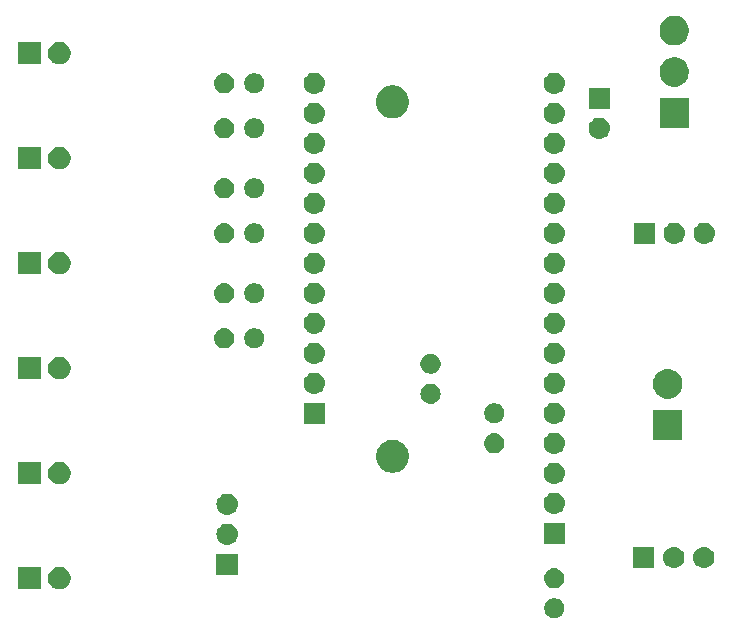
<source format=gbr>
G04 #@! TF.GenerationSoftware,KiCad,Pcbnew,5.1.2-f72e74a~84~ubuntu18.04.1*
G04 #@! TF.CreationDate,2020-03-17T13:19:11-04:00*
G04 #@! TF.ProjectId,knuth-gateway,6b6e7574-682d-4676-9174-657761792e6b,rev?*
G04 #@! TF.SameCoordinates,Original*
G04 #@! TF.FileFunction,Soldermask,Top*
G04 #@! TF.FilePolarity,Negative*
%FSLAX46Y46*%
G04 Gerber Fmt 4.6, Leading zero omitted, Abs format (unit mm)*
G04 Created by KiCad (PCBNEW 5.1.2-f72e74a~84~ubuntu18.04.1) date 2020-03-17 13:19:11*
%MOMM*%
%LPD*%
G04 APERTURE LIST*
%ADD10C,0.100000*%
G04 APERTURE END LIST*
D10*
G36*
X49778228Y-56331703D02*
G01*
X49933100Y-56395853D01*
X50072481Y-56488985D01*
X50191015Y-56607519D01*
X50284147Y-56746900D01*
X50348297Y-56901772D01*
X50381000Y-57066184D01*
X50381000Y-57233816D01*
X50348297Y-57398228D01*
X50284147Y-57553100D01*
X50191015Y-57692481D01*
X50072481Y-57811015D01*
X49933100Y-57904147D01*
X49778228Y-57968297D01*
X49613816Y-58001000D01*
X49446184Y-58001000D01*
X49281772Y-57968297D01*
X49126900Y-57904147D01*
X48987519Y-57811015D01*
X48868985Y-57692481D01*
X48775853Y-57553100D01*
X48711703Y-57398228D01*
X48679000Y-57233816D01*
X48679000Y-57066184D01*
X48711703Y-56901772D01*
X48775853Y-56746900D01*
X48868985Y-56607519D01*
X48987519Y-56488985D01*
X49126900Y-56395853D01*
X49281772Y-56331703D01*
X49446184Y-56299000D01*
X49613816Y-56299000D01*
X49778228Y-56331703D01*
X49778228Y-56331703D01*
G37*
G36*
X7897395Y-53695546D02*
G01*
X8070466Y-53767234D01*
X8076572Y-53771314D01*
X8226227Y-53871310D01*
X8358690Y-54003773D01*
X8411081Y-54082182D01*
X8462766Y-54159534D01*
X8534454Y-54332605D01*
X8571000Y-54516333D01*
X8571000Y-54703667D01*
X8534454Y-54887395D01*
X8462766Y-55060466D01*
X8462765Y-55060467D01*
X8358690Y-55216227D01*
X8226227Y-55348690D01*
X8149400Y-55400024D01*
X8070466Y-55452766D01*
X7897395Y-55524454D01*
X7713667Y-55561000D01*
X7526333Y-55561000D01*
X7342605Y-55524454D01*
X7169534Y-55452766D01*
X7090600Y-55400024D01*
X7013773Y-55348690D01*
X6881310Y-55216227D01*
X6777235Y-55060467D01*
X6777234Y-55060466D01*
X6705546Y-54887395D01*
X6669000Y-54703667D01*
X6669000Y-54516333D01*
X6705546Y-54332605D01*
X6777234Y-54159534D01*
X6828919Y-54082182D01*
X6881310Y-54003773D01*
X7013773Y-53871310D01*
X7163428Y-53771314D01*
X7169534Y-53767234D01*
X7342605Y-53695546D01*
X7526333Y-53659000D01*
X7713667Y-53659000D01*
X7897395Y-53695546D01*
X7897395Y-53695546D01*
G37*
G36*
X6031000Y-55561000D02*
G01*
X4129000Y-55561000D01*
X4129000Y-53659000D01*
X6031000Y-53659000D01*
X6031000Y-55561000D01*
X6031000Y-55561000D01*
G37*
G36*
X49696823Y-53771313D02*
G01*
X49857242Y-53819976D01*
X49953279Y-53871309D01*
X50005078Y-53898996D01*
X50134659Y-54005341D01*
X50241004Y-54134922D01*
X50241005Y-54134924D01*
X50320024Y-54282758D01*
X50368687Y-54443177D01*
X50385117Y-54610000D01*
X50368687Y-54776823D01*
X50320024Y-54937242D01*
X50254159Y-55060466D01*
X50241004Y-55085078D01*
X50134659Y-55214659D01*
X50005078Y-55321004D01*
X50005076Y-55321005D01*
X49857242Y-55400024D01*
X49696823Y-55448687D01*
X49571804Y-55461000D01*
X49488196Y-55461000D01*
X49363177Y-55448687D01*
X49202758Y-55400024D01*
X49054924Y-55321005D01*
X49054922Y-55321004D01*
X48925341Y-55214659D01*
X48818996Y-55085078D01*
X48805841Y-55060466D01*
X48739976Y-54937242D01*
X48691313Y-54776823D01*
X48674883Y-54610000D01*
X48691313Y-54443177D01*
X48739976Y-54282758D01*
X48818995Y-54134924D01*
X48818996Y-54134922D01*
X48925341Y-54005341D01*
X49054922Y-53898996D01*
X49106721Y-53871309D01*
X49202758Y-53819976D01*
X49363177Y-53771313D01*
X49488196Y-53759000D01*
X49571804Y-53759000D01*
X49696823Y-53771313D01*
X49696823Y-53771313D01*
G37*
G36*
X22732300Y-54317200D02*
G01*
X20930300Y-54317200D01*
X20930300Y-52515200D01*
X22732300Y-52515200D01*
X22732300Y-54317200D01*
X22732300Y-54317200D01*
G37*
G36*
X58000200Y-53745700D02*
G01*
X56198200Y-53745700D01*
X56198200Y-51943700D01*
X58000200Y-51943700D01*
X58000200Y-53745700D01*
X58000200Y-53745700D01*
G37*
G36*
X59749642Y-51950218D02*
G01*
X59815827Y-51956737D01*
X59985666Y-52008257D01*
X60142191Y-52091922D01*
X60177929Y-52121252D01*
X60279386Y-52204514D01*
X60362648Y-52305971D01*
X60391978Y-52341709D01*
X60475643Y-52498234D01*
X60527163Y-52668073D01*
X60544559Y-52844700D01*
X60527163Y-53021327D01*
X60475643Y-53191166D01*
X60391978Y-53347691D01*
X60362648Y-53383429D01*
X60279386Y-53484886D01*
X60177929Y-53568148D01*
X60142191Y-53597478D01*
X59985666Y-53681143D01*
X59815827Y-53732663D01*
X59749643Y-53739181D01*
X59683460Y-53745700D01*
X59594940Y-53745700D01*
X59528757Y-53739181D01*
X59462573Y-53732663D01*
X59292734Y-53681143D01*
X59136209Y-53597478D01*
X59100471Y-53568148D01*
X58999014Y-53484886D01*
X58915752Y-53383429D01*
X58886422Y-53347691D01*
X58802757Y-53191166D01*
X58751237Y-53021327D01*
X58733841Y-52844700D01*
X58751237Y-52668073D01*
X58802757Y-52498234D01*
X58886422Y-52341709D01*
X58915752Y-52305971D01*
X58999014Y-52204514D01*
X59100471Y-52121252D01*
X59136209Y-52091922D01*
X59292734Y-52008257D01*
X59462573Y-51956737D01*
X59528757Y-51950219D01*
X59594940Y-51943700D01*
X59683460Y-51943700D01*
X59749642Y-51950218D01*
X59749642Y-51950218D01*
G37*
G36*
X62289642Y-51950218D02*
G01*
X62355827Y-51956737D01*
X62525666Y-52008257D01*
X62682191Y-52091922D01*
X62717929Y-52121252D01*
X62819386Y-52204514D01*
X62902648Y-52305971D01*
X62931978Y-52341709D01*
X63015643Y-52498234D01*
X63067163Y-52668073D01*
X63084559Y-52844700D01*
X63067163Y-53021327D01*
X63015643Y-53191166D01*
X62931978Y-53347691D01*
X62902648Y-53383429D01*
X62819386Y-53484886D01*
X62717929Y-53568148D01*
X62682191Y-53597478D01*
X62525666Y-53681143D01*
X62355827Y-53732663D01*
X62289643Y-53739181D01*
X62223460Y-53745700D01*
X62134940Y-53745700D01*
X62068757Y-53739181D01*
X62002573Y-53732663D01*
X61832734Y-53681143D01*
X61676209Y-53597478D01*
X61640471Y-53568148D01*
X61539014Y-53484886D01*
X61455752Y-53383429D01*
X61426422Y-53347691D01*
X61342757Y-53191166D01*
X61291237Y-53021327D01*
X61273841Y-52844700D01*
X61291237Y-52668073D01*
X61342757Y-52498234D01*
X61426422Y-52341709D01*
X61455752Y-52305971D01*
X61539014Y-52204514D01*
X61640471Y-52121252D01*
X61676209Y-52091922D01*
X61832734Y-52008257D01*
X62002573Y-51956737D01*
X62068757Y-51950219D01*
X62134940Y-51943700D01*
X62223460Y-51943700D01*
X62289642Y-51950218D01*
X62289642Y-51950218D01*
G37*
G36*
X21941743Y-49981719D02*
G01*
X22007927Y-49988237D01*
X22177766Y-50039757D01*
X22334291Y-50123422D01*
X22370029Y-50152752D01*
X22471486Y-50236014D01*
X22554748Y-50337471D01*
X22584078Y-50373209D01*
X22667743Y-50529734D01*
X22719263Y-50699573D01*
X22736659Y-50876200D01*
X22719263Y-51052827D01*
X22667743Y-51222666D01*
X22584078Y-51379191D01*
X22554748Y-51414929D01*
X22471486Y-51516386D01*
X22370029Y-51599648D01*
X22334291Y-51628978D01*
X22177766Y-51712643D01*
X22007927Y-51764163D01*
X21941742Y-51770682D01*
X21875560Y-51777200D01*
X21787040Y-51777200D01*
X21720858Y-51770682D01*
X21654673Y-51764163D01*
X21484834Y-51712643D01*
X21328309Y-51628978D01*
X21292571Y-51599648D01*
X21191114Y-51516386D01*
X21107852Y-51414929D01*
X21078522Y-51379191D01*
X20994857Y-51222666D01*
X20943337Y-51052827D01*
X20925941Y-50876200D01*
X20943337Y-50699573D01*
X20994857Y-50529734D01*
X21078522Y-50373209D01*
X21107852Y-50337471D01*
X21191114Y-50236014D01*
X21292571Y-50152752D01*
X21328309Y-50123422D01*
X21484834Y-50039757D01*
X21654673Y-49988237D01*
X21720857Y-49981719D01*
X21787040Y-49975200D01*
X21875560Y-49975200D01*
X21941743Y-49981719D01*
X21941743Y-49981719D01*
G37*
G36*
X50431000Y-51701000D02*
G01*
X48629000Y-51701000D01*
X48629000Y-49899000D01*
X50431000Y-49899000D01*
X50431000Y-51701000D01*
X50431000Y-51701000D01*
G37*
G36*
X21941742Y-47441718D02*
G01*
X22007927Y-47448237D01*
X22177766Y-47499757D01*
X22334291Y-47583422D01*
X22370029Y-47612752D01*
X22471486Y-47696014D01*
X22554748Y-47797471D01*
X22584078Y-47833209D01*
X22667743Y-47989734D01*
X22719263Y-48159573D01*
X22736659Y-48336200D01*
X22719263Y-48512827D01*
X22667743Y-48682666D01*
X22584078Y-48839191D01*
X22554748Y-48874929D01*
X22471486Y-48976386D01*
X22370029Y-49059648D01*
X22334291Y-49088978D01*
X22177766Y-49172643D01*
X22007927Y-49224163D01*
X21941743Y-49230681D01*
X21875560Y-49237200D01*
X21787040Y-49237200D01*
X21720857Y-49230681D01*
X21654673Y-49224163D01*
X21484834Y-49172643D01*
X21328309Y-49088978D01*
X21292571Y-49059648D01*
X21191114Y-48976386D01*
X21107852Y-48874929D01*
X21078522Y-48839191D01*
X20994857Y-48682666D01*
X20943337Y-48512827D01*
X20925941Y-48336200D01*
X20943337Y-48159573D01*
X20994857Y-47989734D01*
X21078522Y-47833209D01*
X21107852Y-47797471D01*
X21191114Y-47696014D01*
X21292571Y-47612752D01*
X21328309Y-47583422D01*
X21484834Y-47499757D01*
X21654673Y-47448237D01*
X21720858Y-47441718D01*
X21787040Y-47435200D01*
X21875560Y-47435200D01*
X21941742Y-47441718D01*
X21941742Y-47441718D01*
G37*
G36*
X49640443Y-47365519D02*
G01*
X49706627Y-47372037D01*
X49876466Y-47423557D01*
X50032991Y-47507222D01*
X50068729Y-47536552D01*
X50170186Y-47619814D01*
X50253448Y-47721271D01*
X50282778Y-47757009D01*
X50366443Y-47913534D01*
X50417963Y-48083373D01*
X50435359Y-48260000D01*
X50417963Y-48436627D01*
X50366443Y-48606466D01*
X50282778Y-48762991D01*
X50253448Y-48798729D01*
X50170186Y-48900186D01*
X50068729Y-48983448D01*
X50032991Y-49012778D01*
X49876466Y-49096443D01*
X49706627Y-49147963D01*
X49640443Y-49154481D01*
X49574260Y-49161000D01*
X49485740Y-49161000D01*
X49419557Y-49154481D01*
X49353373Y-49147963D01*
X49183534Y-49096443D01*
X49027009Y-49012778D01*
X48991271Y-48983448D01*
X48889814Y-48900186D01*
X48806552Y-48798729D01*
X48777222Y-48762991D01*
X48693557Y-48606466D01*
X48642037Y-48436627D01*
X48624641Y-48260000D01*
X48642037Y-48083373D01*
X48693557Y-47913534D01*
X48777222Y-47757009D01*
X48806552Y-47721271D01*
X48889814Y-47619814D01*
X48991271Y-47536552D01*
X49027009Y-47507222D01*
X49183534Y-47423557D01*
X49353373Y-47372037D01*
X49419557Y-47365519D01*
X49485740Y-47359000D01*
X49574260Y-47359000D01*
X49640443Y-47365519D01*
X49640443Y-47365519D01*
G37*
G36*
X7897395Y-44805546D02*
G01*
X8070466Y-44877234D01*
X8147818Y-44928919D01*
X8226227Y-44981310D01*
X8358690Y-45113773D01*
X8358691Y-45113775D01*
X8462766Y-45269534D01*
X8534454Y-45442605D01*
X8571000Y-45626333D01*
X8571000Y-45813667D01*
X8534454Y-45997395D01*
X8462766Y-46170466D01*
X8462765Y-46170467D01*
X8358690Y-46326227D01*
X8226227Y-46458690D01*
X8205141Y-46472779D01*
X8070466Y-46562766D01*
X7897395Y-46634454D01*
X7713667Y-46671000D01*
X7526333Y-46671000D01*
X7342605Y-46634454D01*
X7169534Y-46562766D01*
X7034859Y-46472779D01*
X7013773Y-46458690D01*
X6881310Y-46326227D01*
X6777235Y-46170467D01*
X6777234Y-46170466D01*
X6705546Y-45997395D01*
X6669000Y-45813667D01*
X6669000Y-45626333D01*
X6705546Y-45442605D01*
X6777234Y-45269534D01*
X6881309Y-45113775D01*
X6881310Y-45113773D01*
X7013773Y-44981310D01*
X7092182Y-44928919D01*
X7169534Y-44877234D01*
X7342605Y-44805546D01*
X7526333Y-44769000D01*
X7713667Y-44769000D01*
X7897395Y-44805546D01*
X7897395Y-44805546D01*
G37*
G36*
X6031000Y-46671000D02*
G01*
X4129000Y-46671000D01*
X4129000Y-44769000D01*
X6031000Y-44769000D01*
X6031000Y-46671000D01*
X6031000Y-46671000D01*
G37*
G36*
X49640442Y-44825518D02*
G01*
X49706627Y-44832037D01*
X49876466Y-44883557D01*
X50032991Y-44967222D01*
X50050156Y-44981309D01*
X50170186Y-45079814D01*
X50246730Y-45173085D01*
X50282778Y-45217009D01*
X50366443Y-45373534D01*
X50417963Y-45543373D01*
X50435359Y-45720000D01*
X50417963Y-45896627D01*
X50366443Y-46066466D01*
X50282778Y-46222991D01*
X50253448Y-46258729D01*
X50170186Y-46360186D01*
X50068729Y-46443448D01*
X50032991Y-46472778D01*
X49876466Y-46556443D01*
X49706627Y-46607963D01*
X49640442Y-46614482D01*
X49574260Y-46621000D01*
X49485740Y-46621000D01*
X49419558Y-46614482D01*
X49353373Y-46607963D01*
X49183534Y-46556443D01*
X49027009Y-46472778D01*
X48991271Y-46443448D01*
X48889814Y-46360186D01*
X48806552Y-46258729D01*
X48777222Y-46222991D01*
X48693557Y-46066466D01*
X48642037Y-45896627D01*
X48624641Y-45720000D01*
X48642037Y-45543373D01*
X48693557Y-45373534D01*
X48777222Y-45217009D01*
X48813270Y-45173085D01*
X48889814Y-45079814D01*
X49009844Y-44981309D01*
X49027009Y-44967222D01*
X49183534Y-44883557D01*
X49353373Y-44832037D01*
X49419558Y-44825518D01*
X49485740Y-44819000D01*
X49574260Y-44819000D01*
X49640442Y-44825518D01*
X49640442Y-44825518D01*
G37*
G36*
X36148433Y-42914893D02*
G01*
X36238657Y-42932839D01*
X36344267Y-42976585D01*
X36493621Y-43038449D01*
X36493622Y-43038450D01*
X36723086Y-43191772D01*
X36918228Y-43386914D01*
X36998626Y-43507239D01*
X37071551Y-43616379D01*
X37133415Y-43765733D01*
X37177161Y-43871343D01*
X37231000Y-44142014D01*
X37231000Y-44417986D01*
X37177161Y-44688657D01*
X37133415Y-44794267D01*
X37071551Y-44943621D01*
X37071550Y-44943622D01*
X36918228Y-45173086D01*
X36723086Y-45368228D01*
X36611772Y-45442605D01*
X36493621Y-45521551D01*
X36344267Y-45583415D01*
X36238657Y-45627161D01*
X36148433Y-45645107D01*
X35967988Y-45681000D01*
X35692012Y-45681000D01*
X35511567Y-45645107D01*
X35421343Y-45627161D01*
X35315733Y-45583415D01*
X35166379Y-45521551D01*
X35048228Y-45442605D01*
X34936914Y-45368228D01*
X34741772Y-45173086D01*
X34588450Y-44943622D01*
X34588449Y-44943621D01*
X34526585Y-44794267D01*
X34482839Y-44688657D01*
X34429000Y-44417986D01*
X34429000Y-44142014D01*
X34482839Y-43871343D01*
X34526585Y-43765733D01*
X34588449Y-43616379D01*
X34661374Y-43507239D01*
X34741772Y-43386914D01*
X34936914Y-43191772D01*
X35166378Y-43038450D01*
X35166379Y-43038449D01*
X35315733Y-42976585D01*
X35421343Y-42932839D01*
X35511567Y-42914893D01*
X35692012Y-42879000D01*
X35967988Y-42879000D01*
X36148433Y-42914893D01*
X36148433Y-42914893D01*
G37*
G36*
X49640442Y-42285518D02*
G01*
X49706627Y-42292037D01*
X49876466Y-42343557D01*
X50032991Y-42427222D01*
X50068729Y-42456552D01*
X50170186Y-42539814D01*
X50253448Y-42641271D01*
X50282778Y-42677009D01*
X50366443Y-42833534D01*
X50417963Y-43003373D01*
X50435359Y-43180000D01*
X50417963Y-43356627D01*
X50366443Y-43526466D01*
X50282778Y-43682991D01*
X50253448Y-43718729D01*
X50170186Y-43820186D01*
X50068729Y-43903448D01*
X50032991Y-43932778D01*
X49876466Y-44016443D01*
X49706627Y-44067963D01*
X49640443Y-44074481D01*
X49574260Y-44081000D01*
X49485740Y-44081000D01*
X49419557Y-44074481D01*
X49353373Y-44067963D01*
X49183534Y-44016443D01*
X49027009Y-43932778D01*
X48991271Y-43903448D01*
X48889814Y-43820186D01*
X48806552Y-43718729D01*
X48777222Y-43682991D01*
X48693557Y-43526466D01*
X48642037Y-43356627D01*
X48624641Y-43180000D01*
X48642037Y-43003373D01*
X48693557Y-42833534D01*
X48777222Y-42677009D01*
X48806552Y-42641271D01*
X48889814Y-42539814D01*
X48991271Y-42456552D01*
X49027009Y-42427222D01*
X49183534Y-42343557D01*
X49353373Y-42292037D01*
X49419558Y-42285518D01*
X49485740Y-42279000D01*
X49574260Y-42279000D01*
X49640442Y-42285518D01*
X49640442Y-42285518D01*
G37*
G36*
X44616823Y-42341313D02*
G01*
X44777242Y-42389976D01*
X44846922Y-42427221D01*
X44925078Y-42468996D01*
X45054659Y-42575341D01*
X45161004Y-42704922D01*
X45161005Y-42704924D01*
X45240024Y-42852758D01*
X45240025Y-42852761D01*
X45249083Y-42882620D01*
X45288687Y-43013177D01*
X45305117Y-43180000D01*
X45288687Y-43346823D01*
X45240024Y-43507242D01*
X45181689Y-43616379D01*
X45161004Y-43655078D01*
X45054659Y-43784659D01*
X44925078Y-43891004D01*
X44925076Y-43891005D01*
X44777242Y-43970024D01*
X44616823Y-44018687D01*
X44491804Y-44031000D01*
X44408196Y-44031000D01*
X44283177Y-44018687D01*
X44122758Y-43970024D01*
X43974924Y-43891005D01*
X43974922Y-43891004D01*
X43845341Y-43784659D01*
X43738996Y-43655078D01*
X43718311Y-43616379D01*
X43659976Y-43507242D01*
X43611313Y-43346823D01*
X43594883Y-43180000D01*
X43611313Y-43013177D01*
X43650917Y-42882620D01*
X43659975Y-42852761D01*
X43659976Y-42852758D01*
X43738995Y-42704924D01*
X43738996Y-42704922D01*
X43845341Y-42575341D01*
X43974922Y-42468996D01*
X44053078Y-42427221D01*
X44122758Y-42389976D01*
X44283177Y-42341313D01*
X44408196Y-42329000D01*
X44491804Y-42329000D01*
X44616823Y-42341313D01*
X44616823Y-42341313D01*
G37*
G36*
X60382200Y-42894300D02*
G01*
X57880200Y-42894300D01*
X57880200Y-40392300D01*
X60382200Y-40392300D01*
X60382200Y-42894300D01*
X60382200Y-42894300D01*
G37*
G36*
X30111000Y-41541000D02*
G01*
X28309000Y-41541000D01*
X28309000Y-39739000D01*
X30111000Y-39739000D01*
X30111000Y-41541000D01*
X30111000Y-41541000D01*
G37*
G36*
X49640442Y-39745518D02*
G01*
X49706627Y-39752037D01*
X49876466Y-39803557D01*
X50032991Y-39887222D01*
X50068729Y-39916552D01*
X50170186Y-39999814D01*
X50250369Y-40097519D01*
X50282778Y-40137009D01*
X50366443Y-40293534D01*
X50417963Y-40463373D01*
X50435359Y-40640000D01*
X50417963Y-40816627D01*
X50366443Y-40986466D01*
X50282778Y-41142991D01*
X50253448Y-41178729D01*
X50170186Y-41280186D01*
X50068729Y-41363448D01*
X50032991Y-41392778D01*
X49876466Y-41476443D01*
X49706627Y-41527963D01*
X49640442Y-41534482D01*
X49574260Y-41541000D01*
X49485740Y-41541000D01*
X49419558Y-41534482D01*
X49353373Y-41527963D01*
X49183534Y-41476443D01*
X49027009Y-41392778D01*
X48991271Y-41363448D01*
X48889814Y-41280186D01*
X48806552Y-41178729D01*
X48777222Y-41142991D01*
X48693557Y-40986466D01*
X48642037Y-40816627D01*
X48624641Y-40640000D01*
X48642037Y-40463373D01*
X48693557Y-40293534D01*
X48777222Y-40137009D01*
X48809631Y-40097519D01*
X48889814Y-39999814D01*
X48991271Y-39916552D01*
X49027009Y-39887222D01*
X49183534Y-39803557D01*
X49353373Y-39752037D01*
X49419558Y-39745518D01*
X49485740Y-39739000D01*
X49574260Y-39739000D01*
X49640442Y-39745518D01*
X49640442Y-39745518D01*
G37*
G36*
X44698228Y-39821703D02*
G01*
X44853100Y-39885853D01*
X44992481Y-39978985D01*
X45111015Y-40097519D01*
X45204147Y-40236900D01*
X45268297Y-40391772D01*
X45301000Y-40556184D01*
X45301000Y-40723816D01*
X45268297Y-40888228D01*
X45204147Y-41043100D01*
X45111015Y-41182481D01*
X44992481Y-41301015D01*
X44853100Y-41394147D01*
X44698228Y-41458297D01*
X44533816Y-41491000D01*
X44366184Y-41491000D01*
X44201772Y-41458297D01*
X44046900Y-41394147D01*
X43907519Y-41301015D01*
X43788985Y-41182481D01*
X43695853Y-41043100D01*
X43631703Y-40888228D01*
X43599000Y-40723816D01*
X43599000Y-40556184D01*
X43631703Y-40391772D01*
X43695853Y-40236900D01*
X43788985Y-40097519D01*
X43907519Y-39978985D01*
X44046900Y-39885853D01*
X44201772Y-39821703D01*
X44366184Y-39789000D01*
X44533816Y-39789000D01*
X44698228Y-39821703D01*
X44698228Y-39821703D01*
G37*
G36*
X39219323Y-38150313D02*
G01*
X39379742Y-38198976D01*
X39506095Y-38266513D01*
X39527578Y-38277996D01*
X39657159Y-38384341D01*
X39763504Y-38513922D01*
X39763505Y-38513924D01*
X39842524Y-38661758D01*
X39891187Y-38822177D01*
X39907617Y-38989000D01*
X39891187Y-39155823D01*
X39842524Y-39316242D01*
X39800801Y-39394300D01*
X39763504Y-39464078D01*
X39657159Y-39593659D01*
X39527578Y-39700004D01*
X39527576Y-39700005D01*
X39379742Y-39779024D01*
X39219323Y-39827687D01*
X39094304Y-39840000D01*
X39010696Y-39840000D01*
X38885677Y-39827687D01*
X38725258Y-39779024D01*
X38577424Y-39700005D01*
X38577422Y-39700004D01*
X38447841Y-39593659D01*
X38341496Y-39464078D01*
X38304199Y-39394300D01*
X38262476Y-39316242D01*
X38213813Y-39155823D01*
X38197383Y-38989000D01*
X38213813Y-38822177D01*
X38262476Y-38661758D01*
X38341495Y-38513924D01*
X38341496Y-38513922D01*
X38447841Y-38384341D01*
X38577422Y-38277996D01*
X38598905Y-38266513D01*
X38725258Y-38198976D01*
X38885677Y-38150313D01*
X39010696Y-38138000D01*
X39094304Y-38138000D01*
X39219323Y-38150313D01*
X39219323Y-38150313D01*
G37*
G36*
X59412096Y-36923665D02*
G01*
X59496103Y-36940375D01*
X59723771Y-37034678D01*
X59928666Y-37171585D01*
X60102915Y-37345834D01*
X60163314Y-37436227D01*
X60239823Y-37550731D01*
X60334125Y-37778397D01*
X60362963Y-37923373D01*
X60382200Y-38020087D01*
X60382200Y-38266513D01*
X60334125Y-38508203D01*
X60239822Y-38735871D01*
X60102915Y-38940766D01*
X59928666Y-39115015D01*
X59723771Y-39251922D01*
X59723770Y-39251923D01*
X59723769Y-39251923D01*
X59496103Y-39346225D01*
X59254414Y-39394300D01*
X59007986Y-39394300D01*
X58766297Y-39346225D01*
X58538631Y-39251923D01*
X58538630Y-39251923D01*
X58538629Y-39251922D01*
X58333734Y-39115015D01*
X58159485Y-38940766D01*
X58022578Y-38735871D01*
X57928275Y-38508203D01*
X57880200Y-38266513D01*
X57880200Y-38020087D01*
X57899438Y-37923373D01*
X57928275Y-37778397D01*
X58022577Y-37550731D01*
X58099086Y-37436227D01*
X58159485Y-37345834D01*
X58333734Y-37171585D01*
X58538629Y-37034678D01*
X58766297Y-36940375D01*
X58850304Y-36923665D01*
X59007986Y-36892300D01*
X59254414Y-36892300D01*
X59412096Y-36923665D01*
X59412096Y-36923665D01*
G37*
G36*
X49640442Y-37205518D02*
G01*
X49706627Y-37212037D01*
X49876466Y-37263557D01*
X50032991Y-37347222D01*
X50068729Y-37376552D01*
X50170186Y-37459814D01*
X50253448Y-37561271D01*
X50282778Y-37597009D01*
X50366443Y-37753534D01*
X50417963Y-37923373D01*
X50435359Y-38100000D01*
X50417963Y-38276627D01*
X50366443Y-38446466D01*
X50282778Y-38602991D01*
X50253448Y-38638729D01*
X50170186Y-38740186D01*
X50070281Y-38822175D01*
X50032991Y-38852778D01*
X49876466Y-38936443D01*
X49706627Y-38987963D01*
X49640443Y-38994481D01*
X49574260Y-39001000D01*
X49485740Y-39001000D01*
X49419557Y-38994481D01*
X49353373Y-38987963D01*
X49183534Y-38936443D01*
X49027009Y-38852778D01*
X48989719Y-38822175D01*
X48889814Y-38740186D01*
X48806552Y-38638729D01*
X48777222Y-38602991D01*
X48693557Y-38446466D01*
X48642037Y-38276627D01*
X48624641Y-38100000D01*
X48642037Y-37923373D01*
X48693557Y-37753534D01*
X48777222Y-37597009D01*
X48806552Y-37561271D01*
X48889814Y-37459814D01*
X48991271Y-37376552D01*
X49027009Y-37347222D01*
X49183534Y-37263557D01*
X49353373Y-37212037D01*
X49419558Y-37205518D01*
X49485740Y-37199000D01*
X49574260Y-37199000D01*
X49640442Y-37205518D01*
X49640442Y-37205518D01*
G37*
G36*
X29320442Y-37205518D02*
G01*
X29386627Y-37212037D01*
X29556466Y-37263557D01*
X29712991Y-37347222D01*
X29748729Y-37376552D01*
X29850186Y-37459814D01*
X29933448Y-37561271D01*
X29962778Y-37597009D01*
X30046443Y-37753534D01*
X30097963Y-37923373D01*
X30115359Y-38100000D01*
X30097963Y-38276627D01*
X30046443Y-38446466D01*
X29962778Y-38602991D01*
X29933448Y-38638729D01*
X29850186Y-38740186D01*
X29750281Y-38822175D01*
X29712991Y-38852778D01*
X29556466Y-38936443D01*
X29386627Y-38987963D01*
X29320443Y-38994481D01*
X29254260Y-39001000D01*
X29165740Y-39001000D01*
X29099557Y-38994481D01*
X29033373Y-38987963D01*
X28863534Y-38936443D01*
X28707009Y-38852778D01*
X28669719Y-38822175D01*
X28569814Y-38740186D01*
X28486552Y-38638729D01*
X28457222Y-38602991D01*
X28373557Y-38446466D01*
X28322037Y-38276627D01*
X28304641Y-38100000D01*
X28322037Y-37923373D01*
X28373557Y-37753534D01*
X28457222Y-37597009D01*
X28486552Y-37561271D01*
X28569814Y-37459814D01*
X28671271Y-37376552D01*
X28707009Y-37347222D01*
X28863534Y-37263557D01*
X29033373Y-37212037D01*
X29099558Y-37205518D01*
X29165740Y-37199000D01*
X29254260Y-37199000D01*
X29320442Y-37205518D01*
X29320442Y-37205518D01*
G37*
G36*
X6031000Y-37781000D02*
G01*
X4129000Y-37781000D01*
X4129000Y-35879000D01*
X6031000Y-35879000D01*
X6031000Y-37781000D01*
X6031000Y-37781000D01*
G37*
G36*
X7897395Y-35915546D02*
G01*
X8070466Y-35987234D01*
X8070467Y-35987235D01*
X8226227Y-36091310D01*
X8358690Y-36223773D01*
X8358691Y-36223775D01*
X8462766Y-36379534D01*
X8534454Y-36552605D01*
X8571000Y-36736333D01*
X8571000Y-36923667D01*
X8534454Y-37107395D01*
X8462766Y-37280466D01*
X8462765Y-37280467D01*
X8358690Y-37436227D01*
X8226227Y-37568690D01*
X8183844Y-37597009D01*
X8070466Y-37672766D01*
X7897395Y-37744454D01*
X7713667Y-37781000D01*
X7526333Y-37781000D01*
X7342605Y-37744454D01*
X7169534Y-37672766D01*
X7056156Y-37597009D01*
X7013773Y-37568690D01*
X6881310Y-37436227D01*
X6777235Y-37280467D01*
X6777234Y-37280466D01*
X6705546Y-37107395D01*
X6669000Y-36923667D01*
X6669000Y-36736333D01*
X6705546Y-36552605D01*
X6777234Y-36379534D01*
X6881309Y-36223775D01*
X6881310Y-36223773D01*
X7013773Y-36091310D01*
X7169533Y-35987235D01*
X7169534Y-35987234D01*
X7342605Y-35915546D01*
X7526333Y-35879000D01*
X7713667Y-35879000D01*
X7897395Y-35915546D01*
X7897395Y-35915546D01*
G37*
G36*
X39300728Y-35630703D02*
G01*
X39455600Y-35694853D01*
X39594981Y-35787985D01*
X39713515Y-35906519D01*
X39806647Y-36045900D01*
X39870797Y-36200772D01*
X39903500Y-36365184D01*
X39903500Y-36532816D01*
X39870797Y-36697228D01*
X39806647Y-36852100D01*
X39713515Y-36991481D01*
X39594981Y-37110015D01*
X39455600Y-37203147D01*
X39300728Y-37267297D01*
X39136316Y-37300000D01*
X38968684Y-37300000D01*
X38804272Y-37267297D01*
X38649400Y-37203147D01*
X38510019Y-37110015D01*
X38391485Y-36991481D01*
X38298353Y-36852100D01*
X38234203Y-36697228D01*
X38201500Y-36532816D01*
X38201500Y-36365184D01*
X38234203Y-36200772D01*
X38298353Y-36045900D01*
X38391485Y-35906519D01*
X38510019Y-35787985D01*
X38649400Y-35694853D01*
X38804272Y-35630703D01*
X38968684Y-35598000D01*
X39136316Y-35598000D01*
X39300728Y-35630703D01*
X39300728Y-35630703D01*
G37*
G36*
X29320443Y-34665519D02*
G01*
X29386627Y-34672037D01*
X29556466Y-34723557D01*
X29712991Y-34807222D01*
X29743768Y-34832480D01*
X29850186Y-34919814D01*
X29933448Y-35021271D01*
X29962778Y-35057009D01*
X30046443Y-35213534D01*
X30097963Y-35383373D01*
X30115359Y-35560000D01*
X30097963Y-35736627D01*
X30046443Y-35906466D01*
X29962778Y-36062991D01*
X29939538Y-36091309D01*
X29850186Y-36200186D01*
X29748729Y-36283448D01*
X29712991Y-36312778D01*
X29556466Y-36396443D01*
X29386627Y-36447963D01*
X29320442Y-36454482D01*
X29254260Y-36461000D01*
X29165740Y-36461000D01*
X29099558Y-36454482D01*
X29033373Y-36447963D01*
X28863534Y-36396443D01*
X28707009Y-36312778D01*
X28671271Y-36283448D01*
X28569814Y-36200186D01*
X28480462Y-36091309D01*
X28457222Y-36062991D01*
X28373557Y-35906466D01*
X28322037Y-35736627D01*
X28304641Y-35560000D01*
X28322037Y-35383373D01*
X28373557Y-35213534D01*
X28457222Y-35057009D01*
X28486552Y-35021271D01*
X28569814Y-34919814D01*
X28676232Y-34832480D01*
X28707009Y-34807222D01*
X28863534Y-34723557D01*
X29033373Y-34672037D01*
X29099557Y-34665519D01*
X29165740Y-34659000D01*
X29254260Y-34659000D01*
X29320443Y-34665519D01*
X29320443Y-34665519D01*
G37*
G36*
X49640443Y-34665519D02*
G01*
X49706627Y-34672037D01*
X49876466Y-34723557D01*
X50032991Y-34807222D01*
X50063768Y-34832480D01*
X50170186Y-34919814D01*
X50253448Y-35021271D01*
X50282778Y-35057009D01*
X50366443Y-35213534D01*
X50417963Y-35383373D01*
X50435359Y-35560000D01*
X50417963Y-35736627D01*
X50366443Y-35906466D01*
X50282778Y-36062991D01*
X50259538Y-36091309D01*
X50170186Y-36200186D01*
X50068729Y-36283448D01*
X50032991Y-36312778D01*
X49876466Y-36396443D01*
X49706627Y-36447963D01*
X49640442Y-36454482D01*
X49574260Y-36461000D01*
X49485740Y-36461000D01*
X49419558Y-36454482D01*
X49353373Y-36447963D01*
X49183534Y-36396443D01*
X49027009Y-36312778D01*
X48991271Y-36283448D01*
X48889814Y-36200186D01*
X48800462Y-36091309D01*
X48777222Y-36062991D01*
X48693557Y-35906466D01*
X48642037Y-35736627D01*
X48624641Y-35560000D01*
X48642037Y-35383373D01*
X48693557Y-35213534D01*
X48777222Y-35057009D01*
X48806552Y-35021271D01*
X48889814Y-34919814D01*
X48996232Y-34832480D01*
X49027009Y-34807222D01*
X49183534Y-34723557D01*
X49353373Y-34672037D01*
X49419557Y-34665519D01*
X49485740Y-34659000D01*
X49574260Y-34659000D01*
X49640443Y-34665519D01*
X49640443Y-34665519D01*
G37*
G36*
X24378228Y-33471703D02*
G01*
X24533100Y-33535853D01*
X24672481Y-33628985D01*
X24791015Y-33747519D01*
X24884147Y-33886900D01*
X24948297Y-34041772D01*
X24981000Y-34206184D01*
X24981000Y-34373816D01*
X24948297Y-34538228D01*
X24884147Y-34693100D01*
X24791015Y-34832481D01*
X24672481Y-34951015D01*
X24533100Y-35044147D01*
X24378228Y-35108297D01*
X24213816Y-35141000D01*
X24046184Y-35141000D01*
X23881772Y-35108297D01*
X23726900Y-35044147D01*
X23587519Y-34951015D01*
X23468985Y-34832481D01*
X23375853Y-34693100D01*
X23311703Y-34538228D01*
X23279000Y-34373816D01*
X23279000Y-34206184D01*
X23311703Y-34041772D01*
X23375853Y-33886900D01*
X23468985Y-33747519D01*
X23587519Y-33628985D01*
X23726900Y-33535853D01*
X23881772Y-33471703D01*
X24046184Y-33439000D01*
X24213816Y-33439000D01*
X24378228Y-33471703D01*
X24378228Y-33471703D01*
G37*
G36*
X21756823Y-33451313D02*
G01*
X21917242Y-33499976D01*
X21984361Y-33535852D01*
X22065078Y-33578996D01*
X22194659Y-33685341D01*
X22301004Y-33814922D01*
X22301005Y-33814924D01*
X22380024Y-33962758D01*
X22428687Y-34123177D01*
X22445117Y-34290000D01*
X22428687Y-34456823D01*
X22380024Y-34617242D01*
X22339477Y-34693100D01*
X22301004Y-34765078D01*
X22194659Y-34894659D01*
X22065078Y-35001004D01*
X22065076Y-35001005D01*
X21917242Y-35080024D01*
X21756823Y-35128687D01*
X21631804Y-35141000D01*
X21548196Y-35141000D01*
X21423177Y-35128687D01*
X21262758Y-35080024D01*
X21114924Y-35001005D01*
X21114922Y-35001004D01*
X20985341Y-34894659D01*
X20878996Y-34765078D01*
X20840523Y-34693100D01*
X20799976Y-34617242D01*
X20751313Y-34456823D01*
X20734883Y-34290000D01*
X20751313Y-34123177D01*
X20799976Y-33962758D01*
X20878995Y-33814924D01*
X20878996Y-33814922D01*
X20985341Y-33685341D01*
X21114922Y-33578996D01*
X21195639Y-33535852D01*
X21262758Y-33499976D01*
X21423177Y-33451313D01*
X21548196Y-33439000D01*
X21631804Y-33439000D01*
X21756823Y-33451313D01*
X21756823Y-33451313D01*
G37*
G36*
X49640443Y-32125519D02*
G01*
X49706627Y-32132037D01*
X49876466Y-32183557D01*
X50032991Y-32267222D01*
X50068729Y-32296552D01*
X50170186Y-32379814D01*
X50253448Y-32481271D01*
X50282778Y-32517009D01*
X50366443Y-32673534D01*
X50417963Y-32843373D01*
X50435359Y-33020000D01*
X50417963Y-33196627D01*
X50366443Y-33366466D01*
X50282778Y-33522991D01*
X50272223Y-33535852D01*
X50170186Y-33660186D01*
X50068729Y-33743448D01*
X50032991Y-33772778D01*
X49876466Y-33856443D01*
X49706627Y-33907963D01*
X49640443Y-33914481D01*
X49574260Y-33921000D01*
X49485740Y-33921000D01*
X49419557Y-33914481D01*
X49353373Y-33907963D01*
X49183534Y-33856443D01*
X49027009Y-33772778D01*
X48991271Y-33743448D01*
X48889814Y-33660186D01*
X48787777Y-33535852D01*
X48777222Y-33522991D01*
X48693557Y-33366466D01*
X48642037Y-33196627D01*
X48624641Y-33020000D01*
X48642037Y-32843373D01*
X48693557Y-32673534D01*
X48777222Y-32517009D01*
X48806552Y-32481271D01*
X48889814Y-32379814D01*
X48991271Y-32296552D01*
X49027009Y-32267222D01*
X49183534Y-32183557D01*
X49353373Y-32132037D01*
X49419557Y-32125519D01*
X49485740Y-32119000D01*
X49574260Y-32119000D01*
X49640443Y-32125519D01*
X49640443Y-32125519D01*
G37*
G36*
X29320443Y-32125519D02*
G01*
X29386627Y-32132037D01*
X29556466Y-32183557D01*
X29712991Y-32267222D01*
X29748729Y-32296552D01*
X29850186Y-32379814D01*
X29933448Y-32481271D01*
X29962778Y-32517009D01*
X30046443Y-32673534D01*
X30097963Y-32843373D01*
X30115359Y-33020000D01*
X30097963Y-33196627D01*
X30046443Y-33366466D01*
X29962778Y-33522991D01*
X29952223Y-33535852D01*
X29850186Y-33660186D01*
X29748729Y-33743448D01*
X29712991Y-33772778D01*
X29556466Y-33856443D01*
X29386627Y-33907963D01*
X29320443Y-33914481D01*
X29254260Y-33921000D01*
X29165740Y-33921000D01*
X29099557Y-33914481D01*
X29033373Y-33907963D01*
X28863534Y-33856443D01*
X28707009Y-33772778D01*
X28671271Y-33743448D01*
X28569814Y-33660186D01*
X28467777Y-33535852D01*
X28457222Y-33522991D01*
X28373557Y-33366466D01*
X28322037Y-33196627D01*
X28304641Y-33020000D01*
X28322037Y-32843373D01*
X28373557Y-32673534D01*
X28457222Y-32517009D01*
X28486552Y-32481271D01*
X28569814Y-32379814D01*
X28671271Y-32296552D01*
X28707009Y-32267222D01*
X28863534Y-32183557D01*
X29033373Y-32132037D01*
X29099557Y-32125519D01*
X29165740Y-32119000D01*
X29254260Y-32119000D01*
X29320443Y-32125519D01*
X29320443Y-32125519D01*
G37*
G36*
X29320443Y-29585519D02*
G01*
X29386627Y-29592037D01*
X29556466Y-29643557D01*
X29712991Y-29727222D01*
X29748729Y-29756552D01*
X29850186Y-29839814D01*
X29930369Y-29937519D01*
X29962778Y-29977009D01*
X30046443Y-30133534D01*
X30097963Y-30303373D01*
X30115359Y-30480000D01*
X30097963Y-30656627D01*
X30046443Y-30826466D01*
X29962778Y-30982991D01*
X29933448Y-31018729D01*
X29850186Y-31120186D01*
X29748729Y-31203448D01*
X29712991Y-31232778D01*
X29556466Y-31316443D01*
X29386627Y-31367963D01*
X29320443Y-31374481D01*
X29254260Y-31381000D01*
X29165740Y-31381000D01*
X29099557Y-31374481D01*
X29033373Y-31367963D01*
X28863534Y-31316443D01*
X28707009Y-31232778D01*
X28671271Y-31203448D01*
X28569814Y-31120186D01*
X28486552Y-31018729D01*
X28457222Y-30982991D01*
X28373557Y-30826466D01*
X28322037Y-30656627D01*
X28304641Y-30480000D01*
X28322037Y-30303373D01*
X28373557Y-30133534D01*
X28457222Y-29977009D01*
X28489631Y-29937519D01*
X28569814Y-29839814D01*
X28671271Y-29756552D01*
X28707009Y-29727222D01*
X28863534Y-29643557D01*
X29033373Y-29592037D01*
X29099557Y-29585519D01*
X29165740Y-29579000D01*
X29254260Y-29579000D01*
X29320443Y-29585519D01*
X29320443Y-29585519D01*
G37*
G36*
X49640443Y-29585519D02*
G01*
X49706627Y-29592037D01*
X49876466Y-29643557D01*
X50032991Y-29727222D01*
X50068729Y-29756552D01*
X50170186Y-29839814D01*
X50250369Y-29937519D01*
X50282778Y-29977009D01*
X50366443Y-30133534D01*
X50417963Y-30303373D01*
X50435359Y-30480000D01*
X50417963Y-30656627D01*
X50366443Y-30826466D01*
X50282778Y-30982991D01*
X50253448Y-31018729D01*
X50170186Y-31120186D01*
X50068729Y-31203448D01*
X50032991Y-31232778D01*
X49876466Y-31316443D01*
X49706627Y-31367963D01*
X49640443Y-31374481D01*
X49574260Y-31381000D01*
X49485740Y-31381000D01*
X49419557Y-31374481D01*
X49353373Y-31367963D01*
X49183534Y-31316443D01*
X49027009Y-31232778D01*
X48991271Y-31203448D01*
X48889814Y-31120186D01*
X48806552Y-31018729D01*
X48777222Y-30982991D01*
X48693557Y-30826466D01*
X48642037Y-30656627D01*
X48624641Y-30480000D01*
X48642037Y-30303373D01*
X48693557Y-30133534D01*
X48777222Y-29977009D01*
X48809631Y-29937519D01*
X48889814Y-29839814D01*
X48991271Y-29756552D01*
X49027009Y-29727222D01*
X49183534Y-29643557D01*
X49353373Y-29592037D01*
X49419557Y-29585519D01*
X49485740Y-29579000D01*
X49574260Y-29579000D01*
X49640443Y-29585519D01*
X49640443Y-29585519D01*
G37*
G36*
X24378228Y-29661703D02*
G01*
X24533100Y-29725853D01*
X24672481Y-29818985D01*
X24791015Y-29937519D01*
X24884147Y-30076900D01*
X24948297Y-30231772D01*
X24981000Y-30396184D01*
X24981000Y-30563816D01*
X24948297Y-30728228D01*
X24884147Y-30883100D01*
X24791015Y-31022481D01*
X24672481Y-31141015D01*
X24533100Y-31234147D01*
X24378228Y-31298297D01*
X24213816Y-31331000D01*
X24046184Y-31331000D01*
X23881772Y-31298297D01*
X23726900Y-31234147D01*
X23587519Y-31141015D01*
X23468985Y-31022481D01*
X23375853Y-30883100D01*
X23311703Y-30728228D01*
X23279000Y-30563816D01*
X23279000Y-30396184D01*
X23311703Y-30231772D01*
X23375853Y-30076900D01*
X23468985Y-29937519D01*
X23587519Y-29818985D01*
X23726900Y-29725853D01*
X23881772Y-29661703D01*
X24046184Y-29629000D01*
X24213816Y-29629000D01*
X24378228Y-29661703D01*
X24378228Y-29661703D01*
G37*
G36*
X21756823Y-29641313D02*
G01*
X21917242Y-29689976D01*
X21984361Y-29725852D01*
X22065078Y-29768996D01*
X22194659Y-29875341D01*
X22301004Y-30004922D01*
X22301005Y-30004924D01*
X22380024Y-30152758D01*
X22428687Y-30313177D01*
X22445117Y-30480000D01*
X22428687Y-30646823D01*
X22380024Y-30807242D01*
X22339477Y-30883100D01*
X22301004Y-30955078D01*
X22194659Y-31084659D01*
X22065078Y-31191004D01*
X22065076Y-31191005D01*
X21917242Y-31270024D01*
X21756823Y-31318687D01*
X21631804Y-31331000D01*
X21548196Y-31331000D01*
X21423177Y-31318687D01*
X21262758Y-31270024D01*
X21114924Y-31191005D01*
X21114922Y-31191004D01*
X20985341Y-31084659D01*
X20878996Y-30955078D01*
X20840523Y-30883100D01*
X20799976Y-30807242D01*
X20751313Y-30646823D01*
X20734883Y-30480000D01*
X20751313Y-30313177D01*
X20799976Y-30152758D01*
X20878995Y-30004924D01*
X20878996Y-30004922D01*
X20985341Y-29875341D01*
X21114922Y-29768996D01*
X21195639Y-29725852D01*
X21262758Y-29689976D01*
X21423177Y-29641313D01*
X21548196Y-29629000D01*
X21631804Y-29629000D01*
X21756823Y-29641313D01*
X21756823Y-29641313D01*
G37*
G36*
X7897395Y-27025546D02*
G01*
X8070466Y-27097234D01*
X8147818Y-27148919D01*
X8226227Y-27201310D01*
X8358690Y-27333773D01*
X8358691Y-27333775D01*
X8462766Y-27489534D01*
X8534454Y-27662605D01*
X8571000Y-27846333D01*
X8571000Y-28033667D01*
X8534454Y-28217395D01*
X8462766Y-28390466D01*
X8462765Y-28390467D01*
X8358690Y-28546227D01*
X8226227Y-28678690D01*
X8205141Y-28692779D01*
X8070466Y-28782766D01*
X7897395Y-28854454D01*
X7713667Y-28891000D01*
X7526333Y-28891000D01*
X7342605Y-28854454D01*
X7169534Y-28782766D01*
X7034859Y-28692779D01*
X7013773Y-28678690D01*
X6881310Y-28546227D01*
X6777235Y-28390467D01*
X6777234Y-28390466D01*
X6705546Y-28217395D01*
X6669000Y-28033667D01*
X6669000Y-27846333D01*
X6705546Y-27662605D01*
X6777234Y-27489534D01*
X6881309Y-27333775D01*
X6881310Y-27333773D01*
X7013773Y-27201310D01*
X7092182Y-27148919D01*
X7169534Y-27097234D01*
X7342605Y-27025546D01*
X7526333Y-26989000D01*
X7713667Y-26989000D01*
X7897395Y-27025546D01*
X7897395Y-27025546D01*
G37*
G36*
X6031000Y-28891000D02*
G01*
X4129000Y-28891000D01*
X4129000Y-26989000D01*
X6031000Y-26989000D01*
X6031000Y-28891000D01*
X6031000Y-28891000D01*
G37*
G36*
X49640443Y-27045519D02*
G01*
X49706627Y-27052037D01*
X49876466Y-27103557D01*
X50032991Y-27187222D01*
X50050156Y-27201309D01*
X50170186Y-27299814D01*
X50253448Y-27401271D01*
X50282778Y-27437009D01*
X50366443Y-27593534D01*
X50417963Y-27763373D01*
X50435359Y-27940000D01*
X50417963Y-28116627D01*
X50366443Y-28286466D01*
X50282778Y-28442991D01*
X50253448Y-28478729D01*
X50170186Y-28580186D01*
X50068729Y-28663448D01*
X50032991Y-28692778D01*
X49876466Y-28776443D01*
X49706627Y-28827963D01*
X49640442Y-28834482D01*
X49574260Y-28841000D01*
X49485740Y-28841000D01*
X49419558Y-28834482D01*
X49353373Y-28827963D01*
X49183534Y-28776443D01*
X49027009Y-28692778D01*
X48991271Y-28663448D01*
X48889814Y-28580186D01*
X48806552Y-28478729D01*
X48777222Y-28442991D01*
X48693557Y-28286466D01*
X48642037Y-28116627D01*
X48624641Y-27940000D01*
X48642037Y-27763373D01*
X48693557Y-27593534D01*
X48777222Y-27437009D01*
X48806552Y-27401271D01*
X48889814Y-27299814D01*
X49009844Y-27201309D01*
X49027009Y-27187222D01*
X49183534Y-27103557D01*
X49353373Y-27052037D01*
X49419557Y-27045519D01*
X49485740Y-27039000D01*
X49574260Y-27039000D01*
X49640443Y-27045519D01*
X49640443Y-27045519D01*
G37*
G36*
X29320443Y-27045519D02*
G01*
X29386627Y-27052037D01*
X29556466Y-27103557D01*
X29712991Y-27187222D01*
X29730156Y-27201309D01*
X29850186Y-27299814D01*
X29933448Y-27401271D01*
X29962778Y-27437009D01*
X30046443Y-27593534D01*
X30097963Y-27763373D01*
X30115359Y-27940000D01*
X30097963Y-28116627D01*
X30046443Y-28286466D01*
X29962778Y-28442991D01*
X29933448Y-28478729D01*
X29850186Y-28580186D01*
X29748729Y-28663448D01*
X29712991Y-28692778D01*
X29556466Y-28776443D01*
X29386627Y-28827963D01*
X29320442Y-28834482D01*
X29254260Y-28841000D01*
X29165740Y-28841000D01*
X29099558Y-28834482D01*
X29033373Y-28827963D01*
X28863534Y-28776443D01*
X28707009Y-28692778D01*
X28671271Y-28663448D01*
X28569814Y-28580186D01*
X28486552Y-28478729D01*
X28457222Y-28442991D01*
X28373557Y-28286466D01*
X28322037Y-28116627D01*
X28304641Y-27940000D01*
X28322037Y-27763373D01*
X28373557Y-27593534D01*
X28457222Y-27437009D01*
X28486552Y-27401271D01*
X28569814Y-27299814D01*
X28689844Y-27201309D01*
X28707009Y-27187222D01*
X28863534Y-27103557D01*
X29033373Y-27052037D01*
X29099557Y-27045519D01*
X29165740Y-27039000D01*
X29254260Y-27039000D01*
X29320443Y-27045519D01*
X29320443Y-27045519D01*
G37*
G36*
X49640442Y-24505518D02*
G01*
X49706627Y-24512037D01*
X49876466Y-24563557D01*
X50032991Y-24647222D01*
X50068729Y-24676552D01*
X50170186Y-24759814D01*
X50250369Y-24857519D01*
X50282778Y-24897009D01*
X50366443Y-25053534D01*
X50417963Y-25223373D01*
X50435359Y-25400000D01*
X50417963Y-25576627D01*
X50366443Y-25746466D01*
X50282778Y-25902991D01*
X50253448Y-25938729D01*
X50170186Y-26040186D01*
X50068729Y-26123448D01*
X50032991Y-26152778D01*
X49876466Y-26236443D01*
X49706627Y-26287963D01*
X49640443Y-26294481D01*
X49574260Y-26301000D01*
X49485740Y-26301000D01*
X49419557Y-26294481D01*
X49353373Y-26287963D01*
X49183534Y-26236443D01*
X49027009Y-26152778D01*
X48991271Y-26123448D01*
X48889814Y-26040186D01*
X48806552Y-25938729D01*
X48777222Y-25902991D01*
X48693557Y-25746466D01*
X48642037Y-25576627D01*
X48624641Y-25400000D01*
X48642037Y-25223373D01*
X48693557Y-25053534D01*
X48777222Y-24897009D01*
X48809631Y-24857519D01*
X48889814Y-24759814D01*
X48991271Y-24676552D01*
X49027009Y-24647222D01*
X49183534Y-24563557D01*
X49353373Y-24512037D01*
X49419557Y-24505519D01*
X49485740Y-24499000D01*
X49574260Y-24499000D01*
X49640442Y-24505518D01*
X49640442Y-24505518D01*
G37*
G36*
X29320442Y-24505518D02*
G01*
X29386627Y-24512037D01*
X29556466Y-24563557D01*
X29712991Y-24647222D01*
X29748729Y-24676552D01*
X29850186Y-24759814D01*
X29930369Y-24857519D01*
X29962778Y-24897009D01*
X30046443Y-25053534D01*
X30097963Y-25223373D01*
X30115359Y-25400000D01*
X30097963Y-25576627D01*
X30046443Y-25746466D01*
X29962778Y-25902991D01*
X29933448Y-25938729D01*
X29850186Y-26040186D01*
X29748729Y-26123448D01*
X29712991Y-26152778D01*
X29556466Y-26236443D01*
X29386627Y-26287963D01*
X29320443Y-26294481D01*
X29254260Y-26301000D01*
X29165740Y-26301000D01*
X29099557Y-26294481D01*
X29033373Y-26287963D01*
X28863534Y-26236443D01*
X28707009Y-26152778D01*
X28671271Y-26123448D01*
X28569814Y-26040186D01*
X28486552Y-25938729D01*
X28457222Y-25902991D01*
X28373557Y-25746466D01*
X28322037Y-25576627D01*
X28304641Y-25400000D01*
X28322037Y-25223373D01*
X28373557Y-25053534D01*
X28457222Y-24897009D01*
X28489631Y-24857519D01*
X28569814Y-24759814D01*
X28671271Y-24676552D01*
X28707009Y-24647222D01*
X28863534Y-24563557D01*
X29033373Y-24512037D01*
X29099557Y-24505519D01*
X29165740Y-24499000D01*
X29254260Y-24499000D01*
X29320442Y-24505518D01*
X29320442Y-24505518D01*
G37*
G36*
X59800442Y-24505518D02*
G01*
X59866627Y-24512037D01*
X60036466Y-24563557D01*
X60192991Y-24647222D01*
X60228729Y-24676552D01*
X60330186Y-24759814D01*
X60410369Y-24857519D01*
X60442778Y-24897009D01*
X60526443Y-25053534D01*
X60577963Y-25223373D01*
X60595359Y-25400000D01*
X60577963Y-25576627D01*
X60526443Y-25746466D01*
X60442778Y-25902991D01*
X60413448Y-25938729D01*
X60330186Y-26040186D01*
X60228729Y-26123448D01*
X60192991Y-26152778D01*
X60036466Y-26236443D01*
X59866627Y-26287963D01*
X59800443Y-26294481D01*
X59734260Y-26301000D01*
X59645740Y-26301000D01*
X59579557Y-26294481D01*
X59513373Y-26287963D01*
X59343534Y-26236443D01*
X59187009Y-26152778D01*
X59151271Y-26123448D01*
X59049814Y-26040186D01*
X58966552Y-25938729D01*
X58937222Y-25902991D01*
X58853557Y-25746466D01*
X58802037Y-25576627D01*
X58784641Y-25400000D01*
X58802037Y-25223373D01*
X58853557Y-25053534D01*
X58937222Y-24897009D01*
X58969631Y-24857519D01*
X59049814Y-24759814D01*
X59151271Y-24676552D01*
X59187009Y-24647222D01*
X59343534Y-24563557D01*
X59513373Y-24512037D01*
X59579557Y-24505519D01*
X59645740Y-24499000D01*
X59734260Y-24499000D01*
X59800442Y-24505518D01*
X59800442Y-24505518D01*
G37*
G36*
X58051000Y-26301000D02*
G01*
X56249000Y-26301000D01*
X56249000Y-24499000D01*
X58051000Y-24499000D01*
X58051000Y-26301000D01*
X58051000Y-26301000D01*
G37*
G36*
X62340442Y-24505518D02*
G01*
X62406627Y-24512037D01*
X62576466Y-24563557D01*
X62732991Y-24647222D01*
X62768729Y-24676552D01*
X62870186Y-24759814D01*
X62950369Y-24857519D01*
X62982778Y-24897009D01*
X63066443Y-25053534D01*
X63117963Y-25223373D01*
X63135359Y-25400000D01*
X63117963Y-25576627D01*
X63066443Y-25746466D01*
X62982778Y-25902991D01*
X62953448Y-25938729D01*
X62870186Y-26040186D01*
X62768729Y-26123448D01*
X62732991Y-26152778D01*
X62576466Y-26236443D01*
X62406627Y-26287963D01*
X62340443Y-26294481D01*
X62274260Y-26301000D01*
X62185740Y-26301000D01*
X62119557Y-26294481D01*
X62053373Y-26287963D01*
X61883534Y-26236443D01*
X61727009Y-26152778D01*
X61691271Y-26123448D01*
X61589814Y-26040186D01*
X61506552Y-25938729D01*
X61477222Y-25902991D01*
X61393557Y-25746466D01*
X61342037Y-25576627D01*
X61324641Y-25400000D01*
X61342037Y-25223373D01*
X61393557Y-25053534D01*
X61477222Y-24897009D01*
X61509631Y-24857519D01*
X61589814Y-24759814D01*
X61691271Y-24676552D01*
X61727009Y-24647222D01*
X61883534Y-24563557D01*
X62053373Y-24512037D01*
X62119557Y-24505519D01*
X62185740Y-24499000D01*
X62274260Y-24499000D01*
X62340442Y-24505518D01*
X62340442Y-24505518D01*
G37*
G36*
X21756823Y-24561313D02*
G01*
X21917242Y-24609976D01*
X21984361Y-24645852D01*
X22065078Y-24688996D01*
X22194659Y-24795341D01*
X22301004Y-24924922D01*
X22301005Y-24924924D01*
X22380024Y-25072758D01*
X22428687Y-25233177D01*
X22445117Y-25400000D01*
X22428687Y-25566823D01*
X22380024Y-25727242D01*
X22339477Y-25803100D01*
X22301004Y-25875078D01*
X22194659Y-26004659D01*
X22065078Y-26111004D01*
X22065076Y-26111005D01*
X21917242Y-26190024D01*
X21756823Y-26238687D01*
X21631804Y-26251000D01*
X21548196Y-26251000D01*
X21423177Y-26238687D01*
X21262758Y-26190024D01*
X21114924Y-26111005D01*
X21114922Y-26111004D01*
X20985341Y-26004659D01*
X20878996Y-25875078D01*
X20840523Y-25803100D01*
X20799976Y-25727242D01*
X20751313Y-25566823D01*
X20734883Y-25400000D01*
X20751313Y-25233177D01*
X20799976Y-25072758D01*
X20878995Y-24924924D01*
X20878996Y-24924922D01*
X20985341Y-24795341D01*
X21114922Y-24688996D01*
X21195639Y-24645852D01*
X21262758Y-24609976D01*
X21423177Y-24561313D01*
X21548196Y-24549000D01*
X21631804Y-24549000D01*
X21756823Y-24561313D01*
X21756823Y-24561313D01*
G37*
G36*
X24378228Y-24581703D02*
G01*
X24533100Y-24645853D01*
X24672481Y-24738985D01*
X24791015Y-24857519D01*
X24884147Y-24996900D01*
X24948297Y-25151772D01*
X24981000Y-25316184D01*
X24981000Y-25483816D01*
X24948297Y-25648228D01*
X24884147Y-25803100D01*
X24791015Y-25942481D01*
X24672481Y-26061015D01*
X24533100Y-26154147D01*
X24378228Y-26218297D01*
X24213816Y-26251000D01*
X24046184Y-26251000D01*
X23881772Y-26218297D01*
X23726900Y-26154147D01*
X23587519Y-26061015D01*
X23468985Y-25942481D01*
X23375853Y-25803100D01*
X23311703Y-25648228D01*
X23279000Y-25483816D01*
X23279000Y-25316184D01*
X23311703Y-25151772D01*
X23375853Y-24996900D01*
X23468985Y-24857519D01*
X23587519Y-24738985D01*
X23726900Y-24645853D01*
X23881772Y-24581703D01*
X24046184Y-24549000D01*
X24213816Y-24549000D01*
X24378228Y-24581703D01*
X24378228Y-24581703D01*
G37*
G36*
X49640443Y-21965519D02*
G01*
X49706627Y-21972037D01*
X49876466Y-22023557D01*
X50032991Y-22107222D01*
X50063768Y-22132480D01*
X50170186Y-22219814D01*
X50253448Y-22321271D01*
X50282778Y-22357009D01*
X50366443Y-22513534D01*
X50417963Y-22683373D01*
X50435359Y-22860000D01*
X50417963Y-23036627D01*
X50366443Y-23206466D01*
X50282778Y-23362991D01*
X50253448Y-23398729D01*
X50170186Y-23500186D01*
X50068729Y-23583448D01*
X50032991Y-23612778D01*
X49876466Y-23696443D01*
X49706627Y-23747963D01*
X49640442Y-23754482D01*
X49574260Y-23761000D01*
X49485740Y-23761000D01*
X49419558Y-23754482D01*
X49353373Y-23747963D01*
X49183534Y-23696443D01*
X49027009Y-23612778D01*
X48991271Y-23583448D01*
X48889814Y-23500186D01*
X48806552Y-23398729D01*
X48777222Y-23362991D01*
X48693557Y-23206466D01*
X48642037Y-23036627D01*
X48624641Y-22860000D01*
X48642037Y-22683373D01*
X48693557Y-22513534D01*
X48777222Y-22357009D01*
X48806552Y-22321271D01*
X48889814Y-22219814D01*
X48996232Y-22132480D01*
X49027009Y-22107222D01*
X49183534Y-22023557D01*
X49353373Y-21972037D01*
X49419557Y-21965519D01*
X49485740Y-21959000D01*
X49574260Y-21959000D01*
X49640443Y-21965519D01*
X49640443Y-21965519D01*
G37*
G36*
X29320443Y-21965519D02*
G01*
X29386627Y-21972037D01*
X29556466Y-22023557D01*
X29712991Y-22107222D01*
X29743768Y-22132480D01*
X29850186Y-22219814D01*
X29933448Y-22321271D01*
X29962778Y-22357009D01*
X30046443Y-22513534D01*
X30097963Y-22683373D01*
X30115359Y-22860000D01*
X30097963Y-23036627D01*
X30046443Y-23206466D01*
X29962778Y-23362991D01*
X29933448Y-23398729D01*
X29850186Y-23500186D01*
X29748729Y-23583448D01*
X29712991Y-23612778D01*
X29556466Y-23696443D01*
X29386627Y-23747963D01*
X29320442Y-23754482D01*
X29254260Y-23761000D01*
X29165740Y-23761000D01*
X29099558Y-23754482D01*
X29033373Y-23747963D01*
X28863534Y-23696443D01*
X28707009Y-23612778D01*
X28671271Y-23583448D01*
X28569814Y-23500186D01*
X28486552Y-23398729D01*
X28457222Y-23362991D01*
X28373557Y-23206466D01*
X28322037Y-23036627D01*
X28304641Y-22860000D01*
X28322037Y-22683373D01*
X28373557Y-22513534D01*
X28457222Y-22357009D01*
X28486552Y-22321271D01*
X28569814Y-22219814D01*
X28676232Y-22132480D01*
X28707009Y-22107222D01*
X28863534Y-22023557D01*
X29033373Y-21972037D01*
X29099557Y-21965519D01*
X29165740Y-21959000D01*
X29254260Y-21959000D01*
X29320443Y-21965519D01*
X29320443Y-21965519D01*
G37*
G36*
X24378228Y-20771703D02*
G01*
X24533100Y-20835853D01*
X24672481Y-20928985D01*
X24791015Y-21047519D01*
X24884147Y-21186900D01*
X24948297Y-21341772D01*
X24981000Y-21506184D01*
X24981000Y-21673816D01*
X24948297Y-21838228D01*
X24884147Y-21993100D01*
X24791015Y-22132481D01*
X24672481Y-22251015D01*
X24533100Y-22344147D01*
X24378228Y-22408297D01*
X24213816Y-22441000D01*
X24046184Y-22441000D01*
X23881772Y-22408297D01*
X23726900Y-22344147D01*
X23587519Y-22251015D01*
X23468985Y-22132481D01*
X23375853Y-21993100D01*
X23311703Y-21838228D01*
X23279000Y-21673816D01*
X23279000Y-21506184D01*
X23311703Y-21341772D01*
X23375853Y-21186900D01*
X23468985Y-21047519D01*
X23587519Y-20928985D01*
X23726900Y-20835853D01*
X23881772Y-20771703D01*
X24046184Y-20739000D01*
X24213816Y-20739000D01*
X24378228Y-20771703D01*
X24378228Y-20771703D01*
G37*
G36*
X21756823Y-20751313D02*
G01*
X21917242Y-20799976D01*
X21984361Y-20835852D01*
X22065078Y-20878996D01*
X22194659Y-20985341D01*
X22301004Y-21114922D01*
X22301005Y-21114924D01*
X22380024Y-21262758D01*
X22428687Y-21423177D01*
X22445117Y-21590000D01*
X22428687Y-21756823D01*
X22380024Y-21917242D01*
X22339477Y-21993100D01*
X22301004Y-22065078D01*
X22194659Y-22194659D01*
X22065078Y-22301004D01*
X22065076Y-22301005D01*
X21917242Y-22380024D01*
X21756823Y-22428687D01*
X21631804Y-22441000D01*
X21548196Y-22441000D01*
X21423177Y-22428687D01*
X21262758Y-22380024D01*
X21114924Y-22301005D01*
X21114922Y-22301004D01*
X20985341Y-22194659D01*
X20878996Y-22065078D01*
X20840523Y-21993100D01*
X20799976Y-21917242D01*
X20751313Y-21756823D01*
X20734883Y-21590000D01*
X20751313Y-21423177D01*
X20799976Y-21262758D01*
X20878995Y-21114924D01*
X20878996Y-21114922D01*
X20985341Y-20985341D01*
X21114922Y-20878996D01*
X21195639Y-20835852D01*
X21262758Y-20799976D01*
X21423177Y-20751313D01*
X21548196Y-20739000D01*
X21631804Y-20739000D01*
X21756823Y-20751313D01*
X21756823Y-20751313D01*
G37*
G36*
X29320443Y-19425519D02*
G01*
X29386627Y-19432037D01*
X29556466Y-19483557D01*
X29712991Y-19567222D01*
X29748729Y-19596552D01*
X29850186Y-19679814D01*
X29933448Y-19781271D01*
X29962778Y-19817009D01*
X30046443Y-19973534D01*
X30097963Y-20143373D01*
X30115359Y-20320000D01*
X30097963Y-20496627D01*
X30046443Y-20666466D01*
X29962778Y-20822991D01*
X29952223Y-20835852D01*
X29850186Y-20960186D01*
X29748729Y-21043448D01*
X29712991Y-21072778D01*
X29556466Y-21156443D01*
X29386627Y-21207963D01*
X29320442Y-21214482D01*
X29254260Y-21221000D01*
X29165740Y-21221000D01*
X29099558Y-21214482D01*
X29033373Y-21207963D01*
X28863534Y-21156443D01*
X28707009Y-21072778D01*
X28671271Y-21043448D01*
X28569814Y-20960186D01*
X28467777Y-20835852D01*
X28457222Y-20822991D01*
X28373557Y-20666466D01*
X28322037Y-20496627D01*
X28304641Y-20320000D01*
X28322037Y-20143373D01*
X28373557Y-19973534D01*
X28457222Y-19817009D01*
X28486552Y-19781271D01*
X28569814Y-19679814D01*
X28671271Y-19596552D01*
X28707009Y-19567222D01*
X28863534Y-19483557D01*
X29033373Y-19432037D01*
X29099557Y-19425519D01*
X29165740Y-19419000D01*
X29254260Y-19419000D01*
X29320443Y-19425519D01*
X29320443Y-19425519D01*
G37*
G36*
X49640443Y-19425519D02*
G01*
X49706627Y-19432037D01*
X49876466Y-19483557D01*
X50032991Y-19567222D01*
X50068729Y-19596552D01*
X50170186Y-19679814D01*
X50253448Y-19781271D01*
X50282778Y-19817009D01*
X50366443Y-19973534D01*
X50417963Y-20143373D01*
X50435359Y-20320000D01*
X50417963Y-20496627D01*
X50366443Y-20666466D01*
X50282778Y-20822991D01*
X50272223Y-20835852D01*
X50170186Y-20960186D01*
X50068729Y-21043448D01*
X50032991Y-21072778D01*
X49876466Y-21156443D01*
X49706627Y-21207963D01*
X49640442Y-21214482D01*
X49574260Y-21221000D01*
X49485740Y-21221000D01*
X49419558Y-21214482D01*
X49353373Y-21207963D01*
X49183534Y-21156443D01*
X49027009Y-21072778D01*
X48991271Y-21043448D01*
X48889814Y-20960186D01*
X48787777Y-20835852D01*
X48777222Y-20822991D01*
X48693557Y-20666466D01*
X48642037Y-20496627D01*
X48624641Y-20320000D01*
X48642037Y-20143373D01*
X48693557Y-19973534D01*
X48777222Y-19817009D01*
X48806552Y-19781271D01*
X48889814Y-19679814D01*
X48991271Y-19596552D01*
X49027009Y-19567222D01*
X49183534Y-19483557D01*
X49353373Y-19432037D01*
X49419557Y-19425519D01*
X49485740Y-19419000D01*
X49574260Y-19419000D01*
X49640443Y-19425519D01*
X49640443Y-19425519D01*
G37*
G36*
X6031000Y-20001000D02*
G01*
X4129000Y-20001000D01*
X4129000Y-18099000D01*
X6031000Y-18099000D01*
X6031000Y-20001000D01*
X6031000Y-20001000D01*
G37*
G36*
X7897395Y-18135546D02*
G01*
X8070466Y-18207234D01*
X8070467Y-18207235D01*
X8226227Y-18311310D01*
X8358690Y-18443773D01*
X8358691Y-18443775D01*
X8462766Y-18599534D01*
X8534454Y-18772605D01*
X8571000Y-18956333D01*
X8571000Y-19143667D01*
X8534454Y-19327395D01*
X8462766Y-19500466D01*
X8462765Y-19500467D01*
X8358690Y-19656227D01*
X8226227Y-19788690D01*
X8183844Y-19817009D01*
X8070466Y-19892766D01*
X7897395Y-19964454D01*
X7713667Y-20001000D01*
X7526333Y-20001000D01*
X7342605Y-19964454D01*
X7169534Y-19892766D01*
X7056156Y-19817009D01*
X7013773Y-19788690D01*
X6881310Y-19656227D01*
X6777235Y-19500467D01*
X6777234Y-19500466D01*
X6705546Y-19327395D01*
X6669000Y-19143667D01*
X6669000Y-18956333D01*
X6705546Y-18772605D01*
X6777234Y-18599534D01*
X6881309Y-18443775D01*
X6881310Y-18443773D01*
X7013773Y-18311310D01*
X7169533Y-18207235D01*
X7169534Y-18207234D01*
X7342605Y-18135546D01*
X7526333Y-18099000D01*
X7713667Y-18099000D01*
X7897395Y-18135546D01*
X7897395Y-18135546D01*
G37*
G36*
X29320443Y-16885519D02*
G01*
X29386627Y-16892037D01*
X29556466Y-16943557D01*
X29712991Y-17027222D01*
X29743768Y-17052480D01*
X29850186Y-17139814D01*
X29933448Y-17241271D01*
X29962778Y-17277009D01*
X30046443Y-17433534D01*
X30097963Y-17603373D01*
X30115359Y-17780000D01*
X30097963Y-17956627D01*
X30046443Y-18126466D01*
X29962778Y-18282991D01*
X29939538Y-18311309D01*
X29850186Y-18420186D01*
X29748729Y-18503448D01*
X29712991Y-18532778D01*
X29556466Y-18616443D01*
X29386627Y-18667963D01*
X29320443Y-18674481D01*
X29254260Y-18681000D01*
X29165740Y-18681000D01*
X29099557Y-18674481D01*
X29033373Y-18667963D01*
X28863534Y-18616443D01*
X28707009Y-18532778D01*
X28671271Y-18503448D01*
X28569814Y-18420186D01*
X28480462Y-18311309D01*
X28457222Y-18282991D01*
X28373557Y-18126466D01*
X28322037Y-17956627D01*
X28304641Y-17780000D01*
X28322037Y-17603373D01*
X28373557Y-17433534D01*
X28457222Y-17277009D01*
X28486552Y-17241271D01*
X28569814Y-17139814D01*
X28676232Y-17052480D01*
X28707009Y-17027222D01*
X28863534Y-16943557D01*
X29033373Y-16892037D01*
X29099557Y-16885519D01*
X29165740Y-16879000D01*
X29254260Y-16879000D01*
X29320443Y-16885519D01*
X29320443Y-16885519D01*
G37*
G36*
X49640443Y-16885519D02*
G01*
X49706627Y-16892037D01*
X49876466Y-16943557D01*
X50032991Y-17027222D01*
X50063768Y-17052480D01*
X50170186Y-17139814D01*
X50253448Y-17241271D01*
X50282778Y-17277009D01*
X50366443Y-17433534D01*
X50417963Y-17603373D01*
X50435359Y-17780000D01*
X50417963Y-17956627D01*
X50366443Y-18126466D01*
X50282778Y-18282991D01*
X50259538Y-18311309D01*
X50170186Y-18420186D01*
X50068729Y-18503448D01*
X50032991Y-18532778D01*
X49876466Y-18616443D01*
X49706627Y-18667963D01*
X49640443Y-18674481D01*
X49574260Y-18681000D01*
X49485740Y-18681000D01*
X49419557Y-18674481D01*
X49353373Y-18667963D01*
X49183534Y-18616443D01*
X49027009Y-18532778D01*
X48991271Y-18503448D01*
X48889814Y-18420186D01*
X48800462Y-18311309D01*
X48777222Y-18282991D01*
X48693557Y-18126466D01*
X48642037Y-17956627D01*
X48624641Y-17780000D01*
X48642037Y-17603373D01*
X48693557Y-17433534D01*
X48777222Y-17277009D01*
X48806552Y-17241271D01*
X48889814Y-17139814D01*
X48996232Y-17052480D01*
X49027009Y-17027222D01*
X49183534Y-16943557D01*
X49353373Y-16892037D01*
X49419557Y-16885519D01*
X49485740Y-16879000D01*
X49574260Y-16879000D01*
X49640443Y-16885519D01*
X49640443Y-16885519D01*
G37*
G36*
X53450442Y-15615518D02*
G01*
X53516627Y-15622037D01*
X53686466Y-15673557D01*
X53842991Y-15757222D01*
X53878729Y-15786552D01*
X53980186Y-15869814D01*
X54060369Y-15967519D01*
X54092778Y-16007009D01*
X54176443Y-16163534D01*
X54227963Y-16333373D01*
X54245359Y-16510000D01*
X54227963Y-16686627D01*
X54176443Y-16856466D01*
X54092778Y-17012991D01*
X54063448Y-17048729D01*
X53980186Y-17150186D01*
X53878729Y-17233448D01*
X53842991Y-17262778D01*
X53686466Y-17346443D01*
X53516627Y-17397963D01*
X53450442Y-17404482D01*
X53384260Y-17411000D01*
X53295740Y-17411000D01*
X53229558Y-17404482D01*
X53163373Y-17397963D01*
X52993534Y-17346443D01*
X52837009Y-17262778D01*
X52801271Y-17233448D01*
X52699814Y-17150186D01*
X52616552Y-17048729D01*
X52587222Y-17012991D01*
X52503557Y-16856466D01*
X52452037Y-16686627D01*
X52434641Y-16510000D01*
X52452037Y-16333373D01*
X52503557Y-16163534D01*
X52587222Y-16007009D01*
X52619631Y-15967519D01*
X52699814Y-15869814D01*
X52801271Y-15786552D01*
X52837009Y-15757222D01*
X52993534Y-15673557D01*
X53163373Y-15622037D01*
X53229558Y-15615518D01*
X53295740Y-15609000D01*
X53384260Y-15609000D01*
X53450442Y-15615518D01*
X53450442Y-15615518D01*
G37*
G36*
X24378228Y-15691703D02*
G01*
X24533100Y-15755853D01*
X24672481Y-15848985D01*
X24791015Y-15967519D01*
X24884147Y-16106900D01*
X24948297Y-16261772D01*
X24981000Y-16426184D01*
X24981000Y-16593816D01*
X24948297Y-16758228D01*
X24884147Y-16913100D01*
X24791015Y-17052481D01*
X24672481Y-17171015D01*
X24533100Y-17264147D01*
X24378228Y-17328297D01*
X24213816Y-17361000D01*
X24046184Y-17361000D01*
X23881772Y-17328297D01*
X23726900Y-17264147D01*
X23587519Y-17171015D01*
X23468985Y-17052481D01*
X23375853Y-16913100D01*
X23311703Y-16758228D01*
X23279000Y-16593816D01*
X23279000Y-16426184D01*
X23311703Y-16261772D01*
X23375853Y-16106900D01*
X23468985Y-15967519D01*
X23587519Y-15848985D01*
X23726900Y-15755853D01*
X23881772Y-15691703D01*
X24046184Y-15659000D01*
X24213816Y-15659000D01*
X24378228Y-15691703D01*
X24378228Y-15691703D01*
G37*
G36*
X21756823Y-15671313D02*
G01*
X21917242Y-15719976D01*
X21984361Y-15755852D01*
X22065078Y-15798996D01*
X22194659Y-15905341D01*
X22301004Y-16034922D01*
X22301005Y-16034924D01*
X22380024Y-16182758D01*
X22428687Y-16343177D01*
X22445117Y-16510000D01*
X22428687Y-16676823D01*
X22380024Y-16837242D01*
X22339477Y-16913100D01*
X22301004Y-16985078D01*
X22194659Y-17114659D01*
X22065078Y-17221004D01*
X22065076Y-17221005D01*
X21917242Y-17300024D01*
X21756823Y-17348687D01*
X21631804Y-17361000D01*
X21548196Y-17361000D01*
X21423177Y-17348687D01*
X21262758Y-17300024D01*
X21114924Y-17221005D01*
X21114922Y-17221004D01*
X20985341Y-17114659D01*
X20878996Y-16985078D01*
X20840523Y-16913100D01*
X20799976Y-16837242D01*
X20751313Y-16676823D01*
X20734883Y-16510000D01*
X20751313Y-16343177D01*
X20799976Y-16182758D01*
X20878995Y-16034924D01*
X20878996Y-16034922D01*
X20985341Y-15905341D01*
X21114922Y-15798996D01*
X21195639Y-15755852D01*
X21262758Y-15719976D01*
X21423177Y-15671313D01*
X21548196Y-15659000D01*
X21631804Y-15659000D01*
X21756823Y-15671313D01*
X21756823Y-15671313D01*
G37*
G36*
X60941000Y-16491000D02*
G01*
X58439000Y-16491000D01*
X58439000Y-13989000D01*
X60941000Y-13989000D01*
X60941000Y-16491000D01*
X60941000Y-16491000D01*
G37*
G36*
X49640443Y-14345519D02*
G01*
X49706627Y-14352037D01*
X49876466Y-14403557D01*
X50032991Y-14487222D01*
X50068729Y-14516552D01*
X50170186Y-14599814D01*
X50243096Y-14688657D01*
X50282778Y-14737009D01*
X50366443Y-14893534D01*
X50417963Y-15063373D01*
X50435359Y-15240000D01*
X50417963Y-15416627D01*
X50366443Y-15586466D01*
X50282778Y-15742991D01*
X50253448Y-15778729D01*
X50170186Y-15880186D01*
X50068729Y-15963448D01*
X50032991Y-15992778D01*
X49876466Y-16076443D01*
X49706627Y-16127963D01*
X49640443Y-16134481D01*
X49574260Y-16141000D01*
X49485740Y-16141000D01*
X49419557Y-16134481D01*
X49353373Y-16127963D01*
X49183534Y-16076443D01*
X49027009Y-15992778D01*
X48991271Y-15963448D01*
X48889814Y-15880186D01*
X48806552Y-15778729D01*
X48777222Y-15742991D01*
X48693557Y-15586466D01*
X48642037Y-15416627D01*
X48624641Y-15240000D01*
X48642037Y-15063373D01*
X48693557Y-14893534D01*
X48777222Y-14737009D01*
X48816904Y-14688657D01*
X48889814Y-14599814D01*
X48991271Y-14516552D01*
X49027009Y-14487222D01*
X49183534Y-14403557D01*
X49353373Y-14352037D01*
X49419557Y-14345519D01*
X49485740Y-14339000D01*
X49574260Y-14339000D01*
X49640443Y-14345519D01*
X49640443Y-14345519D01*
G37*
G36*
X29320443Y-14345519D02*
G01*
X29386627Y-14352037D01*
X29556466Y-14403557D01*
X29712991Y-14487222D01*
X29748729Y-14516552D01*
X29850186Y-14599814D01*
X29923096Y-14688657D01*
X29962778Y-14737009D01*
X30046443Y-14893534D01*
X30097963Y-15063373D01*
X30115359Y-15240000D01*
X30097963Y-15416627D01*
X30046443Y-15586466D01*
X29962778Y-15742991D01*
X29933448Y-15778729D01*
X29850186Y-15880186D01*
X29748729Y-15963448D01*
X29712991Y-15992778D01*
X29556466Y-16076443D01*
X29386627Y-16127963D01*
X29320443Y-16134481D01*
X29254260Y-16141000D01*
X29165740Y-16141000D01*
X29099557Y-16134481D01*
X29033373Y-16127963D01*
X28863534Y-16076443D01*
X28707009Y-15992778D01*
X28671271Y-15963448D01*
X28569814Y-15880186D01*
X28486552Y-15778729D01*
X28457222Y-15742991D01*
X28373557Y-15586466D01*
X28322037Y-15416627D01*
X28304641Y-15240000D01*
X28322037Y-15063373D01*
X28373557Y-14893534D01*
X28457222Y-14737009D01*
X28496904Y-14688657D01*
X28569814Y-14599814D01*
X28671271Y-14516552D01*
X28707009Y-14487222D01*
X28863534Y-14403557D01*
X29033373Y-14352037D01*
X29099557Y-14345519D01*
X29165740Y-14339000D01*
X29254260Y-14339000D01*
X29320443Y-14345519D01*
X29320443Y-14345519D01*
G37*
G36*
X36148433Y-12914893D02*
G01*
X36238657Y-12932839D01*
X36275811Y-12948229D01*
X36493621Y-13038449D01*
X36493622Y-13038450D01*
X36723086Y-13191772D01*
X36918228Y-13386914D01*
X36962237Y-13452779D01*
X37071551Y-13616379D01*
X37177161Y-13871344D01*
X37231000Y-14142012D01*
X37231000Y-14417988D01*
X37177161Y-14688656D01*
X37071551Y-14943621D01*
X37071550Y-14943622D01*
X36918228Y-15173086D01*
X36723086Y-15368228D01*
X36650654Y-15416625D01*
X36493621Y-15521551D01*
X36344267Y-15583415D01*
X36238657Y-15627161D01*
X36148433Y-15645107D01*
X35967988Y-15681000D01*
X35692012Y-15681000D01*
X35511567Y-15645107D01*
X35421343Y-15627161D01*
X35315733Y-15583415D01*
X35166379Y-15521551D01*
X35009346Y-15416625D01*
X34936914Y-15368228D01*
X34741772Y-15173086D01*
X34588450Y-14943622D01*
X34588449Y-14943621D01*
X34482839Y-14688656D01*
X34429000Y-14417988D01*
X34429000Y-14142012D01*
X34482839Y-13871344D01*
X34588449Y-13616379D01*
X34697763Y-13452779D01*
X34741772Y-13386914D01*
X34936914Y-13191772D01*
X35166378Y-13038450D01*
X35166379Y-13038449D01*
X35384189Y-12948229D01*
X35421343Y-12932839D01*
X35511567Y-12914893D01*
X35692012Y-12879000D01*
X35967988Y-12879000D01*
X36148433Y-12914893D01*
X36148433Y-12914893D01*
G37*
G36*
X54241000Y-14871000D02*
G01*
X52439000Y-14871000D01*
X52439000Y-13069000D01*
X54241000Y-13069000D01*
X54241000Y-14871000D01*
X54241000Y-14871000D01*
G37*
G36*
X49640443Y-11805519D02*
G01*
X49706627Y-11812037D01*
X49876466Y-11863557D01*
X50032991Y-11947222D01*
X50068729Y-11976552D01*
X50170186Y-12059814D01*
X50250369Y-12157519D01*
X50282778Y-12197009D01*
X50366443Y-12353534D01*
X50417963Y-12523373D01*
X50435359Y-12700000D01*
X50417963Y-12876627D01*
X50366443Y-13046466D01*
X50282778Y-13202991D01*
X50253448Y-13238729D01*
X50170186Y-13340186D01*
X50068729Y-13423448D01*
X50032991Y-13452778D01*
X49876466Y-13536443D01*
X49706627Y-13587963D01*
X49640443Y-13594481D01*
X49574260Y-13601000D01*
X49485740Y-13601000D01*
X49419557Y-13594481D01*
X49353373Y-13587963D01*
X49183534Y-13536443D01*
X49027009Y-13452778D01*
X48991271Y-13423448D01*
X48889814Y-13340186D01*
X48806552Y-13238729D01*
X48777222Y-13202991D01*
X48693557Y-13046466D01*
X48642037Y-12876627D01*
X48624641Y-12700000D01*
X48642037Y-12523373D01*
X48693557Y-12353534D01*
X48777222Y-12197009D01*
X48809631Y-12157519D01*
X48889814Y-12059814D01*
X48991271Y-11976552D01*
X49027009Y-11947222D01*
X49183534Y-11863557D01*
X49353373Y-11812037D01*
X49419557Y-11805519D01*
X49485740Y-11799000D01*
X49574260Y-11799000D01*
X49640443Y-11805519D01*
X49640443Y-11805519D01*
G37*
G36*
X29320443Y-11805519D02*
G01*
X29386627Y-11812037D01*
X29556466Y-11863557D01*
X29712991Y-11947222D01*
X29748729Y-11976552D01*
X29850186Y-12059814D01*
X29930369Y-12157519D01*
X29962778Y-12197009D01*
X30046443Y-12353534D01*
X30097963Y-12523373D01*
X30115359Y-12700000D01*
X30097963Y-12876627D01*
X30046443Y-13046466D01*
X29962778Y-13202991D01*
X29933448Y-13238729D01*
X29850186Y-13340186D01*
X29748729Y-13423448D01*
X29712991Y-13452778D01*
X29556466Y-13536443D01*
X29386627Y-13587963D01*
X29320443Y-13594481D01*
X29254260Y-13601000D01*
X29165740Y-13601000D01*
X29099557Y-13594481D01*
X29033373Y-13587963D01*
X28863534Y-13536443D01*
X28707009Y-13452778D01*
X28671271Y-13423448D01*
X28569814Y-13340186D01*
X28486552Y-13238729D01*
X28457222Y-13202991D01*
X28373557Y-13046466D01*
X28322037Y-12876627D01*
X28304641Y-12700000D01*
X28322037Y-12523373D01*
X28373557Y-12353534D01*
X28457222Y-12197009D01*
X28489631Y-12157519D01*
X28569814Y-12059814D01*
X28671271Y-11976552D01*
X28707009Y-11947222D01*
X28863534Y-11863557D01*
X29033373Y-11812037D01*
X29099557Y-11805519D01*
X29165740Y-11799000D01*
X29254260Y-11799000D01*
X29320443Y-11805519D01*
X29320443Y-11805519D01*
G37*
G36*
X24378228Y-11881703D02*
G01*
X24533100Y-11945853D01*
X24672481Y-12038985D01*
X24791015Y-12157519D01*
X24884147Y-12296900D01*
X24948297Y-12451772D01*
X24981000Y-12616184D01*
X24981000Y-12783816D01*
X24948297Y-12948228D01*
X24884147Y-13103100D01*
X24791015Y-13242481D01*
X24672481Y-13361015D01*
X24533100Y-13454147D01*
X24378228Y-13518297D01*
X24213816Y-13551000D01*
X24046184Y-13551000D01*
X23881772Y-13518297D01*
X23726900Y-13454147D01*
X23587519Y-13361015D01*
X23468985Y-13242481D01*
X23375853Y-13103100D01*
X23311703Y-12948228D01*
X23279000Y-12783816D01*
X23279000Y-12616184D01*
X23311703Y-12451772D01*
X23375853Y-12296900D01*
X23468985Y-12157519D01*
X23587519Y-12038985D01*
X23726900Y-11945853D01*
X23881772Y-11881703D01*
X24046184Y-11849000D01*
X24213816Y-11849000D01*
X24378228Y-11881703D01*
X24378228Y-11881703D01*
G37*
G36*
X21756823Y-11861313D02*
G01*
X21917242Y-11909976D01*
X21984361Y-11945852D01*
X22065078Y-11988996D01*
X22194659Y-12095341D01*
X22301004Y-12224922D01*
X22301005Y-12224924D01*
X22380024Y-12372758D01*
X22428687Y-12533177D01*
X22445117Y-12700000D01*
X22428687Y-12866823D01*
X22380024Y-13027242D01*
X22339477Y-13103100D01*
X22301004Y-13175078D01*
X22194659Y-13304659D01*
X22065078Y-13411004D01*
X22065076Y-13411005D01*
X21917242Y-13490024D01*
X21756823Y-13538687D01*
X21631804Y-13551000D01*
X21548196Y-13551000D01*
X21423177Y-13538687D01*
X21262758Y-13490024D01*
X21114924Y-13411005D01*
X21114922Y-13411004D01*
X20985341Y-13304659D01*
X20878996Y-13175078D01*
X20840523Y-13103100D01*
X20799976Y-13027242D01*
X20751313Y-12866823D01*
X20734883Y-12700000D01*
X20751313Y-12533177D01*
X20799976Y-12372758D01*
X20878995Y-12224924D01*
X20878996Y-12224922D01*
X20985341Y-12095341D01*
X21114922Y-11988996D01*
X21195639Y-11945852D01*
X21262758Y-11909976D01*
X21423177Y-11861313D01*
X21548196Y-11849000D01*
X21631804Y-11849000D01*
X21756823Y-11861313D01*
X21756823Y-11861313D01*
G37*
G36*
X60054903Y-10537075D02*
G01*
X60232088Y-10610467D01*
X60282571Y-10631378D01*
X60487466Y-10768285D01*
X60661715Y-10942534D01*
X60798622Y-11147429D01*
X60798623Y-11147431D01*
X60892925Y-11375097D01*
X60941000Y-11616786D01*
X60941000Y-11863214D01*
X60892925Y-12104903D01*
X60813398Y-12296900D01*
X60798622Y-12332571D01*
X60661715Y-12537466D01*
X60487466Y-12711715D01*
X60282571Y-12848622D01*
X60282570Y-12848623D01*
X60282569Y-12848623D01*
X60054903Y-12942925D01*
X59813214Y-12991000D01*
X59566786Y-12991000D01*
X59325097Y-12942925D01*
X59097431Y-12848623D01*
X59097430Y-12848623D01*
X59097429Y-12848622D01*
X58892534Y-12711715D01*
X58718285Y-12537466D01*
X58581378Y-12332571D01*
X58566603Y-12296900D01*
X58487075Y-12104903D01*
X58439000Y-11863214D01*
X58439000Y-11616786D01*
X58487075Y-11375097D01*
X58581377Y-11147431D01*
X58581378Y-11147429D01*
X58718285Y-10942534D01*
X58892534Y-10768285D01*
X59097429Y-10631378D01*
X59147913Y-10610467D01*
X59325097Y-10537075D01*
X59566786Y-10489000D01*
X59813214Y-10489000D01*
X60054903Y-10537075D01*
X60054903Y-10537075D01*
G37*
G36*
X6031000Y-11111000D02*
G01*
X4129000Y-11111000D01*
X4129000Y-9209000D01*
X6031000Y-9209000D01*
X6031000Y-11111000D01*
X6031000Y-11111000D01*
G37*
G36*
X7897395Y-9245546D02*
G01*
X8070466Y-9317234D01*
X8070467Y-9317235D01*
X8226227Y-9421310D01*
X8358690Y-9553773D01*
X8358691Y-9553775D01*
X8462766Y-9709534D01*
X8534454Y-9882605D01*
X8571000Y-10066333D01*
X8571000Y-10253667D01*
X8534454Y-10437395D01*
X8462766Y-10610466D01*
X8448793Y-10631378D01*
X8358690Y-10766227D01*
X8226227Y-10898690D01*
X8147818Y-10951081D01*
X8070466Y-11002766D01*
X7897395Y-11074454D01*
X7713667Y-11111000D01*
X7526333Y-11111000D01*
X7342605Y-11074454D01*
X7169534Y-11002766D01*
X7092182Y-10951081D01*
X7013773Y-10898690D01*
X6881310Y-10766227D01*
X6791207Y-10631378D01*
X6777234Y-10610466D01*
X6705546Y-10437395D01*
X6669000Y-10253667D01*
X6669000Y-10066333D01*
X6705546Y-9882605D01*
X6777234Y-9709534D01*
X6881309Y-9553775D01*
X6881310Y-9553773D01*
X7013773Y-9421310D01*
X7169533Y-9317235D01*
X7169534Y-9317234D01*
X7342605Y-9245546D01*
X7526333Y-9209000D01*
X7713667Y-9209000D01*
X7897395Y-9245546D01*
X7897395Y-9245546D01*
G37*
G36*
X60054903Y-7037075D02*
G01*
X60282571Y-7131378D01*
X60487466Y-7268285D01*
X60661715Y-7442534D01*
X60798622Y-7647429D01*
X60892925Y-7875097D01*
X60941000Y-8116787D01*
X60941000Y-8363213D01*
X60892925Y-8604903D01*
X60798622Y-8832571D01*
X60661715Y-9037466D01*
X60487466Y-9211715D01*
X60282571Y-9348622D01*
X60282570Y-9348623D01*
X60282569Y-9348623D01*
X60054903Y-9442925D01*
X59813214Y-9491000D01*
X59566786Y-9491000D01*
X59325097Y-9442925D01*
X59097431Y-9348623D01*
X59097430Y-9348623D01*
X59097429Y-9348622D01*
X58892534Y-9211715D01*
X58718285Y-9037466D01*
X58581378Y-8832571D01*
X58487075Y-8604903D01*
X58439000Y-8363213D01*
X58439000Y-8116787D01*
X58487075Y-7875097D01*
X58581378Y-7647429D01*
X58718285Y-7442534D01*
X58892534Y-7268285D01*
X59097429Y-7131378D01*
X59325097Y-7037075D01*
X59566786Y-6989000D01*
X59813214Y-6989000D01*
X60054903Y-7037075D01*
X60054903Y-7037075D01*
G37*
M02*

</source>
